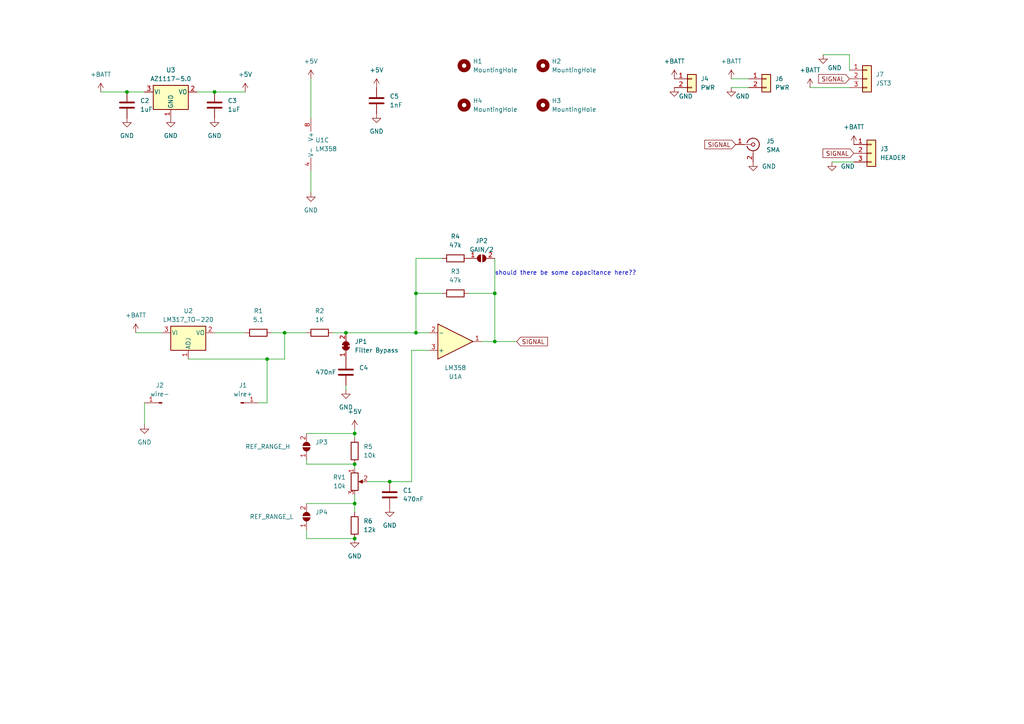
<source format=kicad_sch>
(kicad_sch (version 20230121) (generator eeschema)
  (paper "A4")
  (lib_symbols
    (symbol "+5V_1" (power) (pin_names (offset 0))
      (property "Value" "+5V_1" (at 0 3.556 0))
      (symbol "+5V_1_0_1"
        (polyline (pts (xy -0.762 1.27) (xy 0 2.54)))
        (polyline (pts (xy 0 0) (xy 0 2.54)))
        (polyline (pts (xy 0 2.54) (xy 0.762 1.27)))
      )
      (symbol "+5V_1_1_1"
        (pin power_in line (at 0 0 90) (length 0) hide (name "+5V") (number "1"))
      )
    )
    (symbol "Amplifier_Operational:LM358" (pin_names (offset 0.127))
      (property "Reference" "U" (at 0 5.08 0))
      (property "Value" "LM358" (at 0 -5.08 0))
      (symbol "LM358_1_1"
        (polyline (pts (xy -5.08 5.08) (xy 5.08 0) (xy -5.08 -5.08) (xy -5.08 5.08)) (stroke (width 0.254)) (fill (type background)))
        (pin output line (at 7.62 0 180) (length 2.54) (name "~") (number "1"))
        (pin input line (at -7.62 -2.54 0) (length 2.54) (name "-") (number "2"))
        (pin input line (at -7.62 2.54 0) (length 2.54) (name "+") (number "3"))
      )
      (symbol "LM358_2_1"
        (polyline (pts (xy -5.08 5.08) (xy 5.08 0) (xy -5.08 -5.08) (xy -5.08 5.08)) (stroke (width 0.254)) (fill (type background)))
        (pin input line (at -7.62 2.54 0) (length 2.54) (name "+") (number "5"))
        (pin input line (at -7.62 -2.54 0) (length 2.54) (name "-") (number "6"))
        (pin output line (at 7.62 0 180) (length 2.54) (name "~") (number "7"))
      )
      (symbol "LM358_3_1"
        (pin power_in line (at -2.54 -7.62 90) (length 3.81) (name "V-") (number "4"))
        (pin power_in line (at -2.54 7.62 270) (length 3.81) (name "V+") (number "8"))
      )
    )
    (symbol "Connector:Conn_01x01_Pin" (pin_names (offset 1.016) hide)
      (property "Reference" "J" (at 0 2.54 0))
      (property "Value" "Conn_01x01_Pin" (at 0 -2.54 0))
      (symbol "Conn_01x01_Pin_1_1"
        (polyline (pts (xy 1.27 0) (xy 0.8636 0)) (stroke (width 0.1524)))
        (rectangle (start 0.8636 0.127) (end 0 -0.127) (stroke (width 0.1524)) (fill (type outline)))
        (pin passive line (at 5.08 0 180) (length 3.81) (name "Pin_1") (number "1"))
      )
    )
    (symbol "Connector:Conn_Coaxial" (pin_names (offset 1.016) hide)
      (property "Reference" "J" (at 0.254 3.048 0))
      (property "Value" "Conn_Coaxial" (at 2.921 0 90))
      (symbol "Conn_Coaxial_0_1"
        (arc (start -1.778 -0.508) (mid 0.2311 -1.8066) (end 1.778 0) (stroke (width 0.254)))
        (polyline (pts (xy -2.54 0) (xy -0.508 0)))
        (polyline (pts (xy 0 -2.54) (xy 0 -1.778)))
        (circle (center 0 0) (radius 0.508) (stroke (width 0.2032)))
        (arc (start 1.778 0) (mid 0.2099 1.8101) (end -1.778 0.508) (stroke (width 0.254)))
      )
      (symbol "Conn_Coaxial_1_1"
        (pin passive line (at -5.08 0 0) (length 2.54) (name "In") (number "1"))
        (pin passive line (at 0 -5.08 90) (length 2.54) (name "Ext") (number "2"))
      )
    )
    (symbol "Connector_Generic:Conn_01x02" (pin_names (offset 1.016) hide)
      (property "Reference" "J" (at 0 2.54 0))
      (property "Value" "Conn_01x02" (at 0 -5.08 0))
      (symbol "Conn_01x02_1_1"
        (rectangle (start -1.27 -2.413) (end 0 -2.667) (stroke (width 0.1524)))
        (rectangle (start -1.27 0.127) (end 0 -0.127) (stroke (width 0.1524)))
        (rectangle (start -1.27 1.27) (end 1.27 -3.81) (stroke (width 0.254)) (fill (type background)))
        (pin passive line (at -5.08 0 0) (length 3.81) (name "Pin_1") (number "1"))
        (pin passive line (at -5.08 -2.54 0) (length 3.81) (name "Pin_2") (number "2"))
      )
    )
    (symbol "Connector_Generic:Conn_01x03" (pin_names (offset 1.016) hide)
      (property "Reference" "J" (at 0 5.08 0))
      (property "Value" "Conn_01x03" (at 0 -5.08 0))
      (symbol "Conn_01x03_1_1"
        (rectangle (start -1.27 -2.413) (end 0 -2.667) (stroke (width 0.1524)))
        (rectangle (start -1.27 0.127) (end 0 -0.127) (stroke (width 0.1524)))
        (rectangle (start -1.27 2.667) (end 0 2.413) (stroke (width 0.1524)))
        (rectangle (start -1.27 3.81) (end 1.27 -3.81) (stroke (width 0.254)) (fill (type background)))
        (pin passive line (at -5.08 2.54 0) (length 3.81) (name "Pin_1") (number "1"))
        (pin passive line (at -5.08 0 0) (length 3.81) (name "Pin_2") (number "2"))
        (pin passive line (at -5.08 -2.54 0) (length 3.81) (name "Pin_3") (number "3"))
      )
    )
    (symbol "Device:C" (pin_numbers hide) (pin_names (offset 0.254))
      (property "Reference" "C" (at 0.635 2.54 0))
      (property "Value" "C" (at 0.635 -2.54 0))
      (symbol "C_0_1"
        (polyline (pts (xy -2.032 -0.762) (xy 2.032 -0.762)) (stroke (width 0.508)))
        (polyline (pts (xy -2.032 0.762) (xy 2.032 0.762)) (stroke (width 0.508)))
      )
      (symbol "C_1_1"
        (pin passive line (at 0 3.81 270) (length 2.794) (name "~") (number "1"))
        (pin passive line (at 0 -3.81 90) (length 2.794) (name "~") (number "2"))
      )
    )
    (symbol "Device:R" (pin_numbers hide) (pin_names (offset 0))
      (property "Reference" "R" (at 2.032 0 90))
      (property "Value" "R" (at 0 0 90))
      (symbol "R_0_1"
        (rectangle (start -1.016 -2.54) (end 1.016 2.54) (stroke (width 0.254)))
      )
      (symbol "R_1_1"
        (pin passive line (at 0 3.81 270) (length 1.27) (name "~") (number "1"))
        (pin passive line (at 0 -3.81 90) (length 1.27) (name "~") (number "2"))
      )
    )
    (symbol "Device:R_Potentiometer" (pin_names (offset 1.016) hide)
      (property "Reference" "RV" (at -4.445 0 90))
      (property "Value" "R_Potentiometer" (at -2.54 0 90))
      (symbol "R_Potentiometer_0_1"
        (polyline (pts (xy 2.54 0) (xy 1.524 0)))
        (polyline (pts (xy 1.143 0) (xy 2.286 0.508) (xy 2.286 -0.508) (xy 1.143 0)) (fill (type outline)))
        (rectangle (start 1.016 2.54) (end -1.016 -2.54) (stroke (width 0.254)))
      )
      (symbol "R_Potentiometer_1_1"
        (pin passive line (at 0 3.81 270) (length 1.27) (name "1") (number "1"))
        (pin passive line (at 3.81 0 180) (length 1.27) (name "2") (number "2"))
        (pin passive line (at 0 -3.81 90) (length 1.27) (name "3") (number "3"))
      )
    )
    (symbol "Jumper:SolderJumper_2_Bridged" (pin_names (offset 0) hide)
      (property "Reference" "JP" (at 0 2.032 0))
      (property "Value" "SolderJumper_2_Bridged" (at 0 -2.54 0))
      (symbol "SolderJumper_2_Bridged_0_1"
        (rectangle (start -0.508 0.508) (end 0.508 -0.508) (fill (type outline)))
        (arc (start -0.254 1.016) (mid -1.2656 0) (end -0.254 -1.016))
        (arc (start -0.254 1.016) (mid -1.2656 0) (end -0.254 -1.016) (fill (type outline)))
        (polyline (pts (xy -0.254 1.016) (xy -0.254 -1.016)))
        (polyline (pts (xy 0.254 1.016) (xy 0.254 -1.016)))
        (arc (start 0.254 -1.016) (mid 1.2656 0) (end 0.254 1.016))
        (arc (start 0.254 -1.016) (mid 1.2656 0) (end 0.254 1.016) (fill (type outline)))
      )
      (symbol "SolderJumper_2_Bridged_1_1"
        (pin passive line (at -3.81 0 0) (length 2.54) (name "A") (number "1"))
        (pin passive line (at 3.81 0 180) (length 2.54) (name "B") (number "2"))
      )
    )
    (symbol "Jumper:SolderJumper_2_Open" (pin_names (offset 0) hide)
      (property "Reference" "JP" (at 0 2.032 0))
      (property "Value" "SolderJumper_2_Open" (at 0 -2.54 0))
      (symbol "SolderJumper_2_Open_0_1"
        (arc (start -0.254 1.016) (mid -1.2656 0) (end -0.254 -1.016))
        (arc (start -0.254 1.016) (mid -1.2656 0) (end -0.254 -1.016) (fill (type outline)))
        (polyline (pts (xy -0.254 1.016) (xy -0.254 -1.016)))
        (polyline (pts (xy 0.254 1.016) (xy 0.254 -1.016)))
        (arc (start 0.254 -1.016) (mid 1.2656 0) (end 0.254 1.016))
        (arc (start 0.254 -1.016) (mid 1.2656 0) (end 0.254 1.016) (fill (type outline)))
      )
      (symbol "SolderJumper_2_Open_1_1"
        (pin passive line (at -3.81 0 0) (length 2.54) (name "A") (number "1"))
        (pin passive line (at 3.81 0 180) (length 2.54) (name "B") (number "2"))
      )
    )
    (symbol "Mechanical:MountingHole" (pin_names (offset 1.016))
      (property "Reference" "H" (at 0 5.08 0))
      (property "Value" "MountingHole" (at 0 3.175 0))
      (symbol "MountingHole_0_1"
        (circle (center 0 0) (radius 1.27) (stroke (width 1.27)))
      )
    )
    (symbol "Regulator_Linear:AZ1117-5.0" (pin_names (offset 0.254))
      (property "Reference" "U" (at -3.81 3.175 0))
      (property "Value" "AZ1117-5.0" (at 0 3.175 0))
      (symbol "AZ1117-5.0_0_1"
        (rectangle (start -5.08 1.905) (end 5.08 -5.08) (stroke (width 0.254)) (fill (type background)))
      )
      (symbol "AZ1117-5.0_1_1"
        (pin power_in line (at 0 -7.62 90) (length 2.54) (name "GND") (number "1"))
        (pin power_out line (at 7.62 0 180) (length 2.54) (name "VO") (number "2"))
        (pin power_in line (at -7.62 0 0) (length 2.54) (name "VI") (number "3"))
      )
    )
    (symbol "Regulator_Linear:LM317_TO-220" (pin_names (offset 0.254))
      (property "Reference" "U" (at -3.81 3.175 0))
      (property "Value" "LM317_TO-220" (at 0 3.175 0))
      (symbol "LM317_TO-220_0_1"
        (rectangle (start -5.08 1.905) (end 5.08 -5.08) (stroke (width 0.254)) (fill (type background)))
      )
      (symbol "LM317_TO-220_1_1"
        (pin input line (at 0 -7.62 90) (length 2.54) (name "ADJ") (number "1"))
        (pin power_out line (at 7.62 0 180) (length 2.54) (name "VO") (number "2"))
        (pin power_in line (at -7.62 0 0) (length 2.54) (name "VI") (number "3"))
      )
    )
    (symbol "power:+BATT" (power) (pin_names (offset 0))
      (property "Value" "+BATT" (at 0 3.556 0))
      (symbol "+BATT_0_1"
        (polyline (pts (xy -0.762 1.27) (xy 0 2.54)))
        (polyline (pts (xy 0 0) (xy 0 2.54)))
        (polyline (pts (xy 0 2.54) (xy 0.762 1.27)))
      )
      (symbol "+BATT_1_1"
        (pin power_in line (at 0 0 90) (length 0) hide (name "+BATT") (number "1"))
      )
    )
    (symbol "power:GND" (power) (pin_names (offset 0))
      (property "Value" "GND" (at 0 -3.81 0))
      (symbol "GND_0_1"
        (polyline (pts (xy 0 0) (xy 0 -1.27) (xy 1.27 -1.27) (xy 0 -2.54) (xy -1.27 -1.27) (xy 0 -1.27)))
      )
      (symbol "GND_1_1"
        (pin power_in line (at 0 0 270) (length 0) hide (name "GND") (number "1"))
      )
    )
  )
  (junction (at 102.87 156.21))
  (junction (at 100.33 96.52))
  (junction (at 113.03 139.7))
  (junction (at 102.87 134.62))
  (junction (at 62.23 26.67))
  (junction (at 77.47 104.14))
  (junction (at 102.87 125.73))
  (junction (at 120.65 85.09))
  (junction (at 102.87 146.05))
  (junction (at 143.51 99.06))
  (junction (at 143.51 85.09))
  (junction (at 120.65 96.52))
  (junction (at 36.83 26.67))
  (junction (at 82.55 96.52))
  (wire (pts (xy 102.87 124.46) (xy 102.87 125.73)))
  (wire (pts (xy 113.03 139.7) (xy 106.68 139.7)))
  (wire (pts (xy 90.17 49.53) (xy 90.17 55.88)))
  (wire (pts (xy 102.87 146.05) (xy 102.87 148.59)))
  (wire (pts (xy 88.9 146.05) (xy 102.87 146.05)))
  (wire (pts (xy 88.9 134.62) (xy 102.87 134.62)))
  (wire (pts (xy 88.9 156.21) (xy 102.87 156.21)))
  (wire (pts (xy 77.47 104.14) (xy 82.55 104.14)))
  (wire (pts (xy 124.46 101.6) (xy 119.38 101.6)))
  (wire (pts (xy 238.76 15.875) (xy 246.38 15.875)))
  (wire (pts (xy 139.7 99.06) (xy 143.51 99.06)))
  (wire (pts (xy 88.9 125.73) (xy 102.87 125.73)))
  (wire (pts (xy 36.83 26.67) (xy 41.91 26.67)))
  (wire (pts (xy 29.21 26.67) (xy 36.83 26.67)))
  (wire (pts (xy 102.87 143.51) (xy 102.87 146.05)))
  (wire (pts (xy 102.87 125.73) (xy 102.87 127)))
  (wire (pts (xy 120.65 74.93) (xy 120.65 85.09)))
  (wire (pts (xy 41.91 116.84) (xy 41.91 123.19)))
  (wire (pts (xy 62.23 26.67) (xy 71.12 26.67)))
  (wire (pts (xy 143.51 85.09) (xy 143.51 99.06)))
  (wire (pts (xy 143.51 99.06) (xy 149.86 99.06)))
  (wire (pts (xy 62.23 96.52) (xy 71.12 96.52)))
  (wire (pts (xy 120.65 96.52) (xy 124.46 96.52)))
  (wire (pts (xy 128.27 74.93) (xy 120.65 74.93)))
  (wire (pts (xy 212.09 22.86) (xy 217.17 22.86)))
  (wire (pts (xy 96.52 96.52) (xy 100.33 96.52)))
  (wire (pts (xy 100.33 111.76) (xy 100.33 113.03)))
  (wire (pts (xy 143.51 74.93) (xy 143.51 85.09)))
  (wire (pts (xy 82.55 96.52) (xy 88.9 96.52)))
  (wire (pts (xy 119.38 101.6) (xy 119.38 139.7)))
  (wire (pts (xy 54.61 104.14) (xy 77.47 104.14)))
  (wire (pts (xy 88.9 153.67) (xy 88.9 156.21)))
  (wire (pts (xy 82.55 104.14) (xy 82.55 96.52)))
  (wire (pts (xy 88.9 133.35) (xy 88.9 134.62)))
  (wire (pts (xy 135.89 85.09) (xy 143.51 85.09)))
  (wire (pts (xy 234.95 25.4) (xy 246.38 25.4)))
  (wire (pts (xy 78.74 96.52) (xy 82.55 96.52)))
  (wire (pts (xy 102.87 134.62) (xy 102.87 135.89)))
  (wire (pts (xy 77.47 104.14) (xy 77.47 116.84)))
  (wire (pts (xy 39.37 96.52) (xy 46.99 96.52)))
  (wire (pts (xy 57.15 26.67) (xy 62.23 26.67)))
  (wire (pts (xy 212.09 25.4) (xy 217.17 25.4)))
  (wire (pts (xy 246.38 15.875) (xy 246.38 20.32)))
  (wire (pts (xy 247.65 46.99) (xy 241.3 46.99)))
  (wire (pts (xy 100.33 96.52) (xy 120.65 96.52)))
  (wire (pts (xy 90.17 22.86) (xy 90.17 34.29)))
  (wire (pts (xy 119.38 139.7) (xy 113.03 139.7)))
  (wire (pts (xy 74.93 116.84) (xy 77.47 116.84)))
  (wire (pts (xy 120.65 85.09) (xy 120.65 96.52)))
  (wire (pts (xy 128.27 85.09) (xy 120.65 85.09)))
  (text "should there be some capacitance here??" (at 143.51 80.01 0) (effects (font (size 1.27 1.27)) (justify left bottom)))
  (global_label "SIGNAL" (shape input) (at 213.36 41.91 180) (property "Intersheetrefs" "${INTERSHEET_REFS}" (effects hide)))
  (global_label "SIGNAL" (shape input) (at 246.38 22.86 180) (property "Intersheetrefs" "${INTERSHEET_REFS}" (effects hide)))
  (global_label "SIGNAL" (shape input) (at 247.65 44.45 180) (property "Intersheetrefs" "${INTERSHEET_REFS}" (effects hide)))
  (global_label "SIGNAL" (shape input) (at 149.86 99.06 0) (property "Intersheetrefs" "${INTERSHEET_REFS}" (effects hide)))
  (symbol (lib_name "+5V_1") (lib_id "power:+5V") (at 90.17 22.86 0) (unit 1)
    (property "Reference" "#PWR01" (effects hide))
    (property "Value" "+5V" (at 90.17 17.78 0))
  )
  (symbol (lib_id "power:GND") (at 238.76 15.875 0) (unit 1)
    (property "Reference" "#PWR021" (effects hide))
    (property "Value" "GND" (at 240.03 19.685 0) (effects (justify left)))
  )
  (symbol (lib_id "power:GND") (at 62.23 34.29 0) (unit 1)
    (property "Reference" "#PWR016" (effects hide))
    (property "Value" "GND" (at 62.23 39.37 0))
  )
  (symbol (lib_id "power:GND") (at 113.03 147.32 0) (unit 1)
    (property "Reference" "#PWR03" (effects hide))
    (property "Value" "GND" (at 113.03 152.4 0))
  )
  (symbol (lib_id "power:+BATT") (at 247.65 41.91 0) (unit 1)
    (property "Reference" "#PWR014" (effects hide))
    (property "Value" "+BATT" (at 247.65 36.83 0))
  )
  (symbol (lib_id "Connector_Generic:Conn_01x03") (at 252.73 44.45 0) (unit 1)
    (property "Reference" "J3" (at 255.27 43.18 0) (effects (justify left)))
    (property "Value" "HEADER" (at 255.27 45.72 0) (effects (justify left)))
    (property "Footprint" "Connector_PinSocket_2.54mm:PinSocket_1x03_P2.54mm_Vertical" (effects hide))
    (property "JLC" "C358717" (effects hide))
  )
  (symbol (lib_id "power:+BATT") (at 234.95 25.4 0) (unit 1)
    (property "Reference" "#PWR022" (effects hide))
    (property "Value" "+BATT" (at 234.95 20.32 0))
  )
  (symbol (lib_id "Device:C") (at 109.22 29.21 0) (unit 1)
    (property "Reference" "C5" (at 113.03 27.94 0) (effects (justify left)))
    (property "Value" "1nF" (at 113.03 30.48 0) (effects (justify left)))
    (property "Footprint" "Capacitor_SMD:C_0402_1005Metric" (effects hide))
    (property "JLC" "C93920" (effects hide))
  )
  (symbol (lib_id "Connector_Generic:Conn_01x02") (at 222.25 22.86 0) (unit 1)
    (property "Reference" "J6" (at 224.79 22.86 0) (effects (justify left)))
    (property "Value" "PWR" (at 224.79 25.4 0) (effects (justify left)))
    (property "Footprint" "Connector_JST:JST_PH_B2B-PH-K_1x02_P2.00mm_Vertical" (effects hide))
    (property "JLC" "C131337" (effects hide))
  )
  (symbol (lib_name "+5V_1") (lib_id "power:+5V") (at 109.22 25.4 0) (unit 1)
    (property "Reference" "#PWR07" (effects hide))
    (property "Value" "+5V" (at 109.22 20.32 0))
  )
  (symbol (lib_id "power:GND") (at 218.44 46.99 0) (unit 1)
    (property "Reference" "#PWR08" (effects hide))
    (property "Value" "GND" (at 220.98 48.26 0) (effects (justify left)))
  )
  (symbol (lib_id "power:GND") (at 41.91 123.19 0) (unit 1)
    (property "Reference" "#PWR06" (effects hide))
    (property "Value" "GND" (at 41.91 128.27 0))
  )
  (symbol (lib_id "power:GND") (at 212.09 25.4 0) (unit 1)
    (property "Reference" "#PWR020" (effects hide))
    (property "Value" "GND" (at 213.36 27.94 0) (effects (justify left)))
  )
  (symbol (lib_id "Device:C") (at 100.33 107.95 0) (unit 1)
    (property "Reference" "C4" (at 104.14 106.68 0) (effects (justify left)))
    (property "Value" "470nF" (at 91.44 107.95 0) (effects (justify left)))
    (property "Footprint" "Capacitor_SMD:C_0402_1005Metric" (effects hide))
    (property "JLC" "C426055" (effects hide))
  )
  (symbol (lib_id "Connector_Generic:Conn_01x02") (at 200.66 22.86 0) (unit 1)
    (property "Reference" "J4" (at 203.2 22.86 0) (effects (justify left)))
    (property "Value" "PWR" (at 203.2 25.4 0) (effects (justify left)))
    (property "Footprint" "Connector_Wire:SolderWire-0.5sqmm_1x02_P4.6mm_D0.9mm_OD2.1mm" (effects hide))
  )
  (symbol (lib_id "Jumper:SolderJumper_2_Open") (at 88.9 149.86 90) (unit 1)
    (property "Reference" "JP4" (at 91.44 148.59 90) (effects (justify right)))
    (property "Value" "REF_RANGE_L" (at 72.39 149.86 90) (effects (justify right)))
    (property "Footprint" "Jumper:SolderJumper-2_P1.3mm_Open_RoundedPad1.0x1.5mm" (effects hide))
  )
  (symbol (lib_id "Mechanical:MountingHole") (at 134.62 30.48 0) (unit 1)
    (property "Reference" "H4" (at 137.16 29.21 0) (effects (justify left)))
    (property "Value" "MountingHole" (at 137.16 31.75 0) (effects (justify left)))
    (property "Footprint" "MountingHole:MountingHole_3.2mm_M3" (effects hide))
  )
  (symbol (lib_id "power:GND") (at 49.53 34.29 0) (unit 1)
    (property "Reference" "#PWR05" (effects hide))
    (property "Value" "GND" (at 49.53 39.37 0))
  )
  (symbol (lib_id "power:GND") (at 36.83 34.29 0) (unit 1)
    (property "Reference" "#PWR015" (effects hide))
    (property "Value" "GND" (at 36.83 39.37 0))
  )
  (symbol (lib_id "power:+BATT") (at 195.58 22.86 0) (unit 1)
    (property "Reference" "#PWR023" (effects hide))
    (property "Value" "+BATT" (at 195.58 17.78 0))
  )
  (symbol (lib_name "+5V_1") (lib_id "power:+5V") (at 102.87 124.46 0) (unit 1)
    (property "Reference" "#PWR019" (effects hide))
    (property "Value" "+5V" (at 102.87 119.38 0))
  )
  (symbol (lib_id "Regulator_Linear:AZ1117-5.0") (at 49.53 26.67 0) (unit 1)
    (property "Reference" "U3" (at 49.53 20.32 0))
    (property "Value" "AZ1117-5.0" (at 49.53 22.86 0))
    (property "Footprint" "Package_TO_SOT_SMD:SOT-89-3" (effects hide))
    (property "Datasheet" "https://www.diodes.com/assets/Datasheets/AZ1117.pdf" (effects hide))
    (property "JLC" "C24248" (effects hide))
  )
  (symbol (lib_id "Connector:Conn_01x01_Pin") (at 69.85 116.84 0) (unit 1)
    (property "Reference" "J1" (at 70.485 111.76 0))
    (property "Value" "wire+" (at 70.485 114.3 0))
    (property "Footprint" "Library:m2.5_pad" (effects hide))
  )
  (symbol (lib_id "Connector:Conn_01x01_Pin") (at 46.99 116.84 0) (mirror y) (unit 1)
    (property "Reference" "J2" (at 46.355 111.76 0))
    (property "Value" "wire-" (at 46.355 114.3 0))
    (property "Footprint" "Library:m2.5_pad" (effects hide))
  )
  (symbol (lib_id "Device:R") (at 102.87 130.81 0) (unit 1)
    (property "Reference" "R5" (at 105.41 129.54 0) (effects (justify left)))
    (property "Value" "10k" (at 105.41 132.08 0) (effects (justify left)))
    (property "Footprint" "Resistor_SMD:R_0603_1608Metric" (effects hide))
    (property "JLC" "C160601" (effects hide))
  )
  (symbol (lib_id "Mechanical:MountingHole") (at 157.48 19.05 0) (unit 1)
    (property "Reference" "H2" (at 160.02 17.78 0) (effects (justify left)))
    (property "Value" "MountingHole" (at 160.02 20.32 0) (effects (justify left)))
    (property "Footprint" "MountingHole:MountingHole_3.2mm_M3" (effects hide))
  )
  (symbol (lib_id "power:+BATT") (at 29.21 26.67 0) (unit 1)
    (property "Reference" "#PWR013" (effects hide))
    (property "Value" "+BATT" (at 29.21 21.59 0))
  )
  (symbol (lib_id "Device:R") (at 132.08 74.93 90) (unit 1)
    (property "Reference" "R4" (at 132.08 68.58 90))
    (property "Value" "47k" (at 132.08 71.12 90))
    (property "Footprint" "Resistor_SMD:R_0603_1608Metric" (effects hide))
    (property "JLC" "C340515" (effects hide))
  )
  (symbol (lib_id "Connector_Generic:Conn_01x03") (at 251.46 22.86 0) (unit 1)
    (property "Reference" "J7" (at 254 21.59 0) (effects (justify left)))
    (property "Value" "JST3" (at 254 24.13 0) (effects (justify left)))
    (property "Footprint" "Connector_JST:JST_PH_B3B-PH-K_1x03_P2.00mm_Vertical" (effects hide))
    (property "JLC" "C131339" (effects hide))
  )
  (symbol (lib_id "Jumper:SolderJumper_2_Bridged") (at 100.33 100.33 90) (unit 1)
    (property "Reference" "JP1" (at 102.87 99.06 90) (effects (justify right)))
    (property "Value" "Filter Bypass" (at 102.87 101.6 90) (effects (justify right)))
    (property "Footprint" "Jumper:SolderJumper-2_P1.3mm_Bridged_RoundedPad1.0x1.5mm" (effects hide))
  )
  (symbol (lib_id "Device:R") (at 92.71 96.52 90) (unit 1)
    (property "Reference" "R2" (at 92.71 90.17 90))
    (property "Value" "1K" (at 92.71 92.71 90))
    (property "Footprint" "Resistor_SMD:R_0603_1608Metric" (effects hide))
    (property "JLC" "C103198" (effects hide))
  )
  (symbol (lib_id "power:+BATT") (at 212.09 22.86 0) (unit 1)
    (property "Reference" "#PWR012" (effects hide))
    (property "Value" "+BATT" (at 212.09 17.78 0))
  )
  (symbol (lib_id "Mechanical:MountingHole") (at 134.62 19.05 0) (unit 1)
    (property "Reference" "H1" (at 137.16 17.78 0) (effects (justify left)))
    (property "Value" "MountingHole" (at 137.16 20.32 0) (effects (justify left)))
    (property "Footprint" "MountingHole:MountingHole_3.2mm_M3" (effects hide))
  )
  (symbol (lib_id "Connector:Conn_Coaxial") (at 218.44 41.91 0) (unit 1)
    (property "Reference" "J5" (at 222.25 40.9332 0) (effects (justify left)))
    (property "Value" "SMA" (at 222.25 43.4732 0) (effects (justify left)))
    (property "Footprint" "Connector_Coaxial:SMA_Amphenol_901-143_Horizontal" (effects hide))
    (property "Datasheet" " ~" (effects hide))
    (property "JLC" "C411575" (effects hide))
  )
  (symbol (lib_id "power:+BATT") (at 39.37 96.52 0) (unit 1)
    (property "Reference" "#PWR017" (effects hide))
    (property "Value" "+BATT" (at 39.37 91.44 0))
  )
  (symbol (lib_id "power:GND") (at 102.87 156.21 0) (unit 1)
    (property "Reference" "#PWR02" (effects hide))
    (property "Value" "GND" (at 102.87 161.29 0))
  )
  (symbol (lib_id "Device:R") (at 74.93 96.52 90) (unit 1)
    (property "Reference" "R1" (at 74.93 90.17 90))
    (property "Value" "5.1" (at 74.93 92.71 90))
    (property "Footprint" "Resistor_SMD:R_2512_6332Metric" (effects hide))
    (property "JLC" "C105134" (effects hide))
  )
  (symbol (lib_id "Device:R") (at 132.08 85.09 90) (unit 1)
    (property "Reference" "R3" (at 132.08 78.74 90))
    (property "Value" "47k" (at 132.08 81.28 90))
    (property "Footprint" "Resistor_SMD:R_0603_1608Metric" (effects hide))
    (property "JLC" "C340515" (effects hide))
  )
  (symbol (lib_id "Device:C") (at 62.23 30.48 0) (unit 1)
    (property "Reference" "C3" (at 66.04 29.21 0) (effects (justify left)))
    (property "Value" "1uF" (at 66.04 31.75 0) (effects (justify left)))
    (property "Footprint" "Capacitor_SMD:C_0603_1608Metric" (effects hide))
    (property "JLC" "C106848" (effects hide))
  )
  (symbol (lib_id "power:GND") (at 100.33 113.03 0) (unit 1)
    (property "Reference" "#PWR018" (effects hide))
    (property "Value" "GND" (at 100.33 118.11 0))
  )
  (symbol (lib_id "Device:R") (at 102.87 152.4 0) (unit 1)
    (property "Reference" "R6" (at 105.41 151.13 0) (effects (justify left)))
    (property "Value" "12k" (at 105.41 153.67 0) (effects (justify left)))
    (property "Footprint" "Resistor_SMD:R_0603_1608Metric" (effects hide))
    (property "JLC" "C2984432" (effects hide))
  )
  (symbol (lib_id "power:GND") (at 90.17 55.88 0) (unit 1)
    (property "Reference" "#PWR04" (effects hide))
    (property "Value" "GND" (at 90.17 60.96 0))
  )
  (symbol (lib_id "Amplifier_Operational:LM358") (at 92.71 41.91 0) (unit 3)
    (property "Reference" "U1" (at 91.44 40.64 0) (effects (justify left)))
    (property "Value" "LM358" (at 91.44 43.18 0) (effects (justify left)))
    (property "Footprint" "Package_SO:SOP-8_3.76x4.96mm_P1.27mm" (effects hide))
    (property "Datasheet" "http://www.ti.com/lit/ds/symlink/lm2904-n.pdf" (effects hide))
    (property "JLC" "C5252902" (effects hide))
    (property "JLCPCB_CORRECTION" "0;0;90" (effects hide))
  )
  (symbol (lib_id "Device:C") (at 36.83 30.48 0) (unit 1)
    (property "Reference" "C2" (at 40.64 29.21 0) (effects (justify left)))
    (property "Value" "1uF" (at 40.64 31.75 0) (effects (justify left)))
    (property "Footprint" "Capacitor_SMD:C_0603_1608Metric" (effects hide))
    (property "JLC" "C106848" (effects hide))
  )
  (symbol (lib_id "Jumper:SolderJumper_2_Open") (at 139.7 74.93 0) (unit 1)
    (property "Reference" "JP2" (at 139.7 69.85 0))
    (property "Value" "GAIN/2" (at 139.7 72.39 0))
    (property "Footprint" "Jumper:SolderJumper-2_P1.3mm_Open_RoundedPad1.0x1.5mm" (effects hide))
  )
  (symbol (lib_id "Device:C") (at 113.03 143.51 0) (unit 1)
    (property "Reference" "C1" (at 116.84 142.24 0) (effects (justify left)))
    (property "Value" "470nF" (at 116.84 144.78 0) (effects (justify left)))
    (property "Footprint" "Capacitor_SMD:C_0402_1005Metric" (effects hide))
    (property "JLC" "C426055" (effects hide))
  )
  (symbol (lib_id "Regulator_Linear:LM317_TO-220") (at 54.61 96.52 0) (unit 1)
    (property "Reference" "U2" (at 54.61 90.17 0))
    (property "Value" "LM317_TO-220" (at 54.61 92.71 0))
    (property "Footprint" "Package_TO_SOT_SMD:SOT-223" (effects hide))
    (property "Datasheet" "http://www.ti.com/lit/ds/symlink/lm317.pdf" (effects hide))
    (property "JLC" "C347367" (effects hide))
    (property "JLCPCB_CORRECTION" "0;0;180" (effects hide))
  )
  (symbol (lib_id "Jumper:SolderJumper_2_Open") (at 88.9 129.54 90) (unit 1)
    (property "Reference" "JP3" (at 91.44 128.27 90) (effects (justify right)))
    (property "Value" "REF_RANGE_H" (at 71.12 129.54 90) (effects (justify right)))
    (property "Footprint" "Jumper:SolderJumper-2_P1.3mm_Open_RoundedPad1.0x1.5mm" (effects hide))
  )
  (symbol (lib_id "power:GND") (at 241.3 46.99 0) (unit 1)
    (property "Reference" "#PWR09" (effects hide))
    (property "Value" "GND" (at 243.84 48.26 0) (effects (justify left)))
  )
  (symbol (lib_name "+5V_1") (lib_id "power:+5V") (at 71.12 26.67 0) (unit 1)
    (property "Reference" "#PWR011" (effects hide))
    (property "Value" "+5V" (at 71.12 21.59 0))
  )
  (symbol (lib_id "Mechanical:MountingHole") (at 157.48 30.48 0) (unit 1)
    (property "Reference" "H3" (at 160.02 29.21 0) (effects (justify left)))
    (property "Value" "MountingHole" (at 160.02 31.75 0) (effects (justify left)))
    (property "Footprint" "MountingHole:MountingHole_3.2mm_M3" (effects hide))
  )
  (symbol (lib_id "power:GND") (at 109.22 33.02 0) (unit 1)
    (property "Reference" "#PWR010" (effects hide))
    (property "Value" "GND" (at 109.22 38.1 0))
  )
  (symbol (lib_id "Device:R_Potentiometer") (at 102.87 139.7 0) (unit 1)
    (property "Reference" "RV1" (at 100.33 138.43 0) (effects (justify right)))
    (property "Value" "10k" (at 100.33 140.97 0) (effects (justify right)))
    (property "Footprint" "Potentiometer_THT:Potentiometer_Bourns_3386P_Vertical" (effects hide))
    (property "JLC" "C118953" (effects hide))
  )
  (symbol (lib_id "Amplifier_Operational:LM358") (at 132.08 99.06 0) (mirror x) (unit 1)
    (property "Reference" "U1" (at 132.08 109.22 0))
    (property "Value" "LM358" (at 132.08 106.68 0))
    (property "Footprint" "Package_SO:SOP-8_3.76x4.96mm_P1.27mm" (effects hide))
    (property "Datasheet" "http://www.ti.com/lit/ds/symlink/lm2904-n.pdf" (effects hide))
    (property "JLC" "C5252902" (effects hide))
    (property "JLCPCB_CORRECTION" "0;0;90" (effects hide))
  )
  (symbol (lib_id "power:GND") (at 195.58 25.4 0) (unit 1)
    (property "Reference" "#PWR024" (effects hide))
    (property "Value" "GND" (at 196.85 27.94 0) (effects (justify left)))
  )
)
</source>
